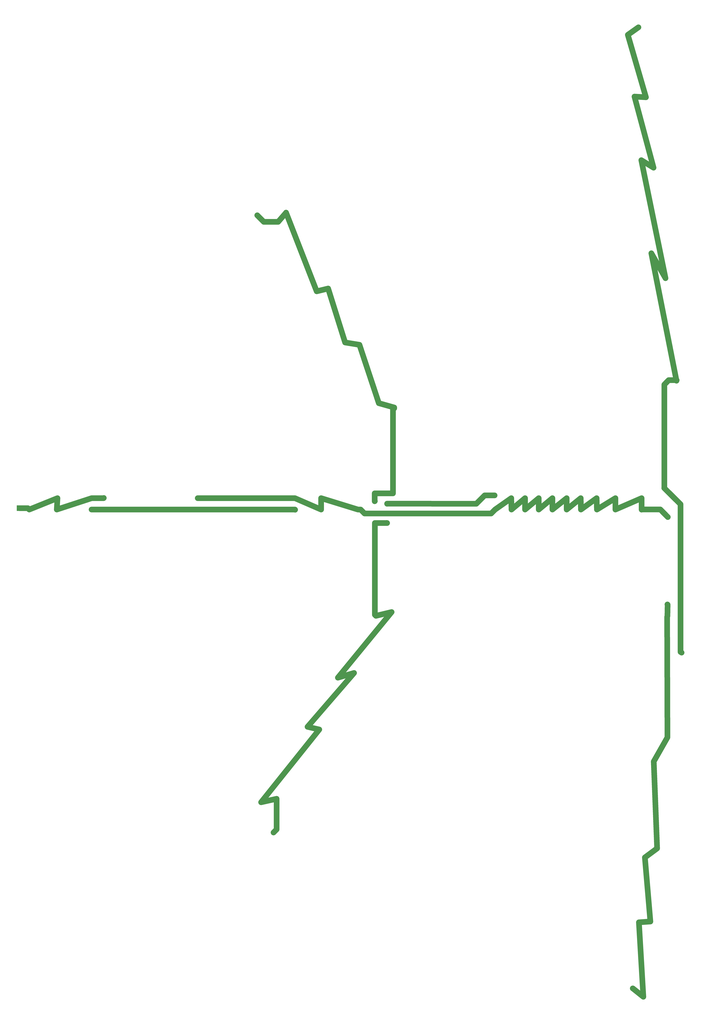
<source format=gbr>
%TF.GenerationSoftware,KiCad,Pcbnew,7.0.1-3b83917a11~172~ubuntu22.04.1*%
%TF.CreationDate,2023-12-10T13:46:59-05:00*%
%TF.ProjectId,coil_template_first,636f696c-5f74-4656-9d70-6c6174655f66,rev?*%
%TF.SameCoordinates,Original*%
%TF.FileFunction,Copper,L2,Bot*%
%TF.FilePolarity,Positive*%
%FSLAX46Y46*%
G04 Gerber Fmt 4.6, Leading zero omitted, Abs format (unit mm)*
G04 Created by KiCad (PCBNEW 7.0.1-3b83917a11~172~ubuntu22.04.1) date 2023-12-10 13:46:59*
%MOMM*%
%LPD*%
G01*
G04 APERTURE LIST*
%TA.AperFunction,SMDPad,CuDef*%
%ADD10R,5.000000X5.000000*%
%TD*%
%TA.AperFunction,ViaPad*%
%ADD11C,4.000000*%
%TD*%
%TA.AperFunction,Conductor*%
%ADD12C,5.000000*%
%TD*%
G04 APERTURE END LIST*
D10*
%TO.P,J1,1,Pin_1*%
%TO.N,Net-(J1-Pin_1)*%
X3250000Y-748789483D03*
%TD*%
D11*
%TO.N,Net-(J1-Pin_1)*%
X77060019Y-740009345D03*
X572828103Y-833593289D03*
X66544191Y-749990292D03*
X226433830Y-1033792471D03*
X245611377Y-750003042D03*
X325926513Y-761808759D03*
X585244263Y-875953844D03*
X542214747Y-1170773139D03*
X547352031Y-326006150D03*
X315527250Y-742572974D03*
X420798021Y-737522510D03*
X573157329Y-756683010D03*
X326252980Y-744832458D03*
X212098061Y-491443490D03*
X420798021Y-737522510D03*
X159785826Y-739996581D03*
%TD*%
D12*
%TO.N,Net-(J1-Pin_1)*%
X217868571Y-497214000D02*
X212098061Y-491443490D01*
X552820000Y-1055744100D02*
X557640000Y-1112070000D01*
X510660000Y-750000000D02*
X510430000Y-740000000D01*
X282970000Y-897721400D02*
X330230000Y-840060000D01*
X274470000Y-555806900D02*
X289330000Y-603160000D01*
X484100000Y-740000000D02*
X471600000Y-750000000D01*
X447550000Y-750000000D02*
X447500000Y-740000000D01*
X325926513Y-761808759D02*
X325983357Y-761865603D01*
X421180000Y-750000000D02*
X417722362Y-753457638D01*
X550152714Y-749954713D02*
X550000000Y-750107427D01*
X459530000Y-740000000D02*
X447550000Y-750000000D01*
X11720000Y-750000000D02*
X36520000Y-740000000D01*
X215530000Y-1007217600D02*
X266660000Y-943260000D01*
X572630000Y-950251700D02*
X560630000Y-971390000D01*
X543690000Y-387093100D02*
X553810000Y-387690000D01*
X549710000Y-443044300D02*
X560470000Y-449630000D01*
X332500000Y-660330000D02*
X332500000Y-661027670D01*
X496450000Y-740000000D02*
X484100000Y-750000000D01*
X10509483Y-748789483D02*
X11720000Y-750000000D01*
X318980000Y-656569100D02*
X332500000Y-660330000D01*
X572828103Y-833593289D02*
X572650000Y-833432238D01*
X412058328Y-737522510D02*
X404684521Y-744896317D01*
X550000000Y-750107427D02*
X550000000Y-740000000D01*
X550000000Y-740000000D02*
X526920000Y-750000000D01*
X315374827Y-735788256D02*
X315374827Y-742420551D01*
X572650000Y-833432238D02*
X572624420Y-833406658D01*
X297260000Y-893593000D02*
X282970000Y-897720000D01*
X572650000Y-843532500D02*
X572828103Y-833593289D01*
X435410000Y-740000000D02*
X421180000Y-750000000D01*
X268260000Y-750000000D02*
X245250000Y-740000000D01*
X560630000Y-971387900D02*
X563590000Y-1047800000D01*
X557640000Y-1112074800D02*
X547550000Y-1112680000D01*
X77050674Y-740000000D02*
X77060019Y-740009345D01*
X66560000Y-740000000D02*
X77050674Y-740000000D01*
X325869669Y-761865603D02*
X325926513Y-761808759D01*
X584156255Y-745376387D02*
X584156255Y-875169562D01*
X330230000Y-840055500D02*
X316450000Y-843360000D01*
X459530000Y-750000000D02*
X459530000Y-740000000D01*
X563590000Y-1047800100D02*
X552820000Y-1055740000D01*
X573030597Y-756639091D02*
X566346219Y-749954713D01*
X300740000Y-750000000D02*
X268260000Y-740000000D01*
X558510000Y-524818500D02*
X570920000Y-546700000D01*
X315530458Y-761865603D02*
X325869669Y-761865603D01*
X331470975Y-662056695D02*
X331470975Y-735788256D01*
X417722362Y-753457638D02*
X306434672Y-753457638D01*
X537850000Y-332818300D02*
X547190000Y-326230000D01*
X229130000Y-1004211500D02*
X215530000Y-1007220000D01*
X496610000Y-750000000D02*
X496450000Y-740000000D01*
X77069364Y-740000000D02*
X77092471Y-740000000D01*
X3250000Y-748789483D02*
X10509483Y-748789483D01*
X331470975Y-735788256D02*
X315374827Y-735788256D01*
X268260000Y-740000000D02*
X268260000Y-750000000D01*
X553810000Y-387693500D02*
X537850000Y-332820000D01*
X420798021Y-737522510D02*
X412058328Y-737522510D01*
X325983357Y-761865603D02*
X326250548Y-761865603D01*
X289330000Y-603164300D02*
X301930000Y-605260000D01*
X526920000Y-740000000D02*
X510660000Y-750000000D01*
X315374827Y-742737544D02*
X315363127Y-742749244D01*
X326252980Y-744832458D02*
X326269679Y-744896317D01*
X229130000Y-1031096301D02*
X226433830Y-1033792471D01*
X245250000Y-740000000D02*
X159785826Y-739996581D01*
X266660000Y-943264500D02*
X256360000Y-940930000D01*
X256360000Y-940931200D02*
X297260000Y-893590000D01*
X570920000Y-546697100D02*
X549710000Y-443040000D01*
X572390000Y-844327700D02*
X572630000Y-950250000D01*
X245255325Y-749990292D02*
X245430175Y-750165142D01*
X66544191Y-749990292D02*
X245255325Y-749990292D01*
X542214747Y-1170773139D02*
X542170000Y-1170790000D01*
X316450000Y-843360000D02*
X315530458Y-842440458D01*
X159785826Y-739996581D02*
X159952703Y-739999999D01*
X484100000Y-750000000D02*
X484100000Y-740000000D01*
X569917573Y-731066051D02*
X569881746Y-731101878D01*
X471600000Y-740000000D02*
X459530000Y-750000000D01*
X35950000Y-750000000D02*
X66560000Y-740000000D01*
X77092471Y-740000000D02*
X77254943Y-739837528D01*
X569881746Y-731101878D02*
X584156255Y-745376387D01*
X264400000Y-558261900D02*
X274470000Y-555810000D01*
X447500000Y-740000000D02*
X435570000Y-750000000D01*
X560470000Y-449635000D02*
X543690000Y-387090000D01*
X569917573Y-640163950D02*
X569917573Y-731066051D01*
X572650000Y-843532500D02*
X572390000Y-844330000D01*
X404684521Y-744896317D02*
X326252980Y-744832458D01*
X510430000Y-740000000D02*
X496610000Y-750000000D01*
X584156255Y-875169562D02*
X584486221Y-875169562D01*
X302977034Y-750000000D02*
X300740000Y-750000000D01*
X237440000Y-489105600D02*
X264400000Y-558260000D01*
X315374827Y-742725397D02*
X315374827Y-742737544D01*
X301930000Y-605259300D02*
X318980000Y-656570000D01*
X471600000Y-750000000D02*
X471600000Y-740000000D01*
X230510000Y-497214000D02*
X217868571Y-497214000D01*
X36520000Y-740000000D02*
X35950000Y-750000000D01*
X306434672Y-753457638D02*
X302977034Y-750000000D01*
X526920000Y-750000000D02*
X526920000Y-740000000D01*
X326250548Y-761865603D02*
X326252980Y-761863171D01*
X547550000Y-1112677300D02*
X551520000Y-1178200000D01*
X435570000Y-750000000D02*
X435410000Y-740000000D01*
X580790000Y-636339900D02*
X573741623Y-636339900D01*
X315374827Y-742420551D02*
X315527250Y-742572974D01*
X332500000Y-661027670D02*
X331470975Y-662056695D01*
X551520000Y-1178202600D02*
X542214747Y-1170773139D01*
X585060583Y-875743924D02*
X584486221Y-875169562D01*
X315527250Y-742572974D02*
X315374827Y-742725397D01*
X566346219Y-749954713D02*
X550152714Y-749954713D01*
X580610000Y-636774900D02*
X558510000Y-524820000D01*
X580610000Y-636770000D02*
X580790000Y-636339900D01*
X315530458Y-842440458D02*
X315530458Y-761865603D01*
X230510000Y-497214000D02*
X237440000Y-489110000D01*
X315374827Y-735788256D02*
X315370040Y-735793043D01*
X573741623Y-636339900D02*
X569917573Y-640163950D01*
X77060019Y-740009345D02*
X77069364Y-740000000D01*
X229130000Y-1004211500D02*
X229130000Y-1031096301D01*
%TD*%
M02*

</source>
